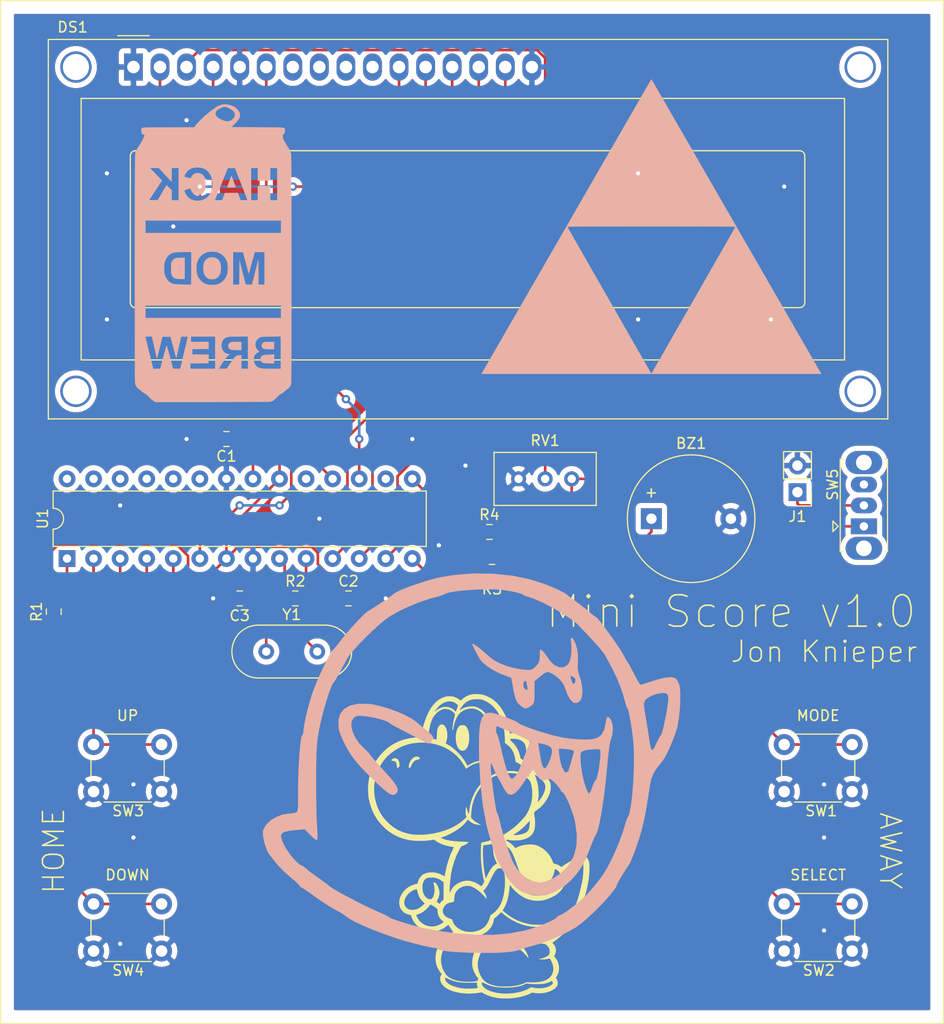
<source format=kicad_pcb>
(kicad_pcb (version 20171130) (host pcbnew "(5.1.4)-1")
  (layers (0 F.Cu signal hide) (31 B.Cu signal hide) (34 B.Paste user) (35 F.Paste user) (36 B.SilkS user) (37 F.SilkS user) (38 B.Mask user) (39 F.Mask user) (44 Edge.Cuts user))
  (net 0 "")
  (net 1 "Net-(BZ1-Pad1)")
  (net 2 GND)
  (net 3 "Net-(C1-Pad1)")
  (net 4 "Net-(C2-Pad1)")
  (net 5 "Net-(C3-Pad1)")
  (net 6 +5V)
  (net 7 "Net-(DS1-Pad3)")
  (net 8 "Net-(DS1-Pad4)")
  (net 9 "Net-(DS1-Pad6)")
  (net 10 "Net-(DS1-Pad7)")
  (net 11 "Net-(DS1-Pad8)")
  (net 12 "Net-(DS1-Pad9)")
  (net 13 "Net-(DS1-Pad10)")
  (net 14 "Net-(DS1-Pad11)")
  (net 15 "Net-(DS1-Pad12)")
  (net 16 "Net-(DS1-Pad13)")
  (net 17 "Net-(DS1-Pad14)")
  (net 18 "Net-(DS1-Pad15)")
  (net 19 "Net-(R1-Pad2)")
  (net 20 "Net-(R3-Pad2)")
  (net 21 "Net-(R4-Pad1)")
  (net 22 "Net-(SW1-Pad1)")
  (net 23 "Net-(SW2-Pad1)")
  (net 24 "Net-(SW3-Pad1)")
  (net 25 "Net-(SW4-Pad1)")
  (net 26 "Net-(U1-Pad16)")
  (net 27 "Net-(U1-Pad19)")
  (net 28 "Net-(U1-Pad23)")
  (net 29 "Net-(U1-Pad24)")
  (net 30 "Net-(U1-Pad25)")
  (net 31 "Net-(U1-Pad26)")
  (net 32 "Net-(U1-Pad27)")
  (net 33 "Net-(U1-Pad28)")
  (net 34 "Net-(J1-Pad1)")
  (module scoreLogo:zelda (layer B.Cu) (at 113.03 69.85 180)
    (fp_text reference G*** hide)
    (fp_text value LOGO hide)
  )
  (module scoreLogo:yoshi_small (layer F.Cu) (at 96.52 130.81)
    (fp_text reference G*** hide)
    (fp_text value LOGO hide)
  )
  (module Button_Switch_THT:SW_PUSH_6mm (layer F.Cu) (at 59.69 119.38)
    (fp_text reference SW3 (at 3.31 6.35) (layer F.SilkS))
    (fp_text value SW_SPST)
    (pad 1 thru_hole circle (at 6.5 0 90) (size 2 2) (drill 1.1) (layers *.Cu *.Mask) (net 24 "Net-(SW3-Pad1)"))
    (pad 2 thru_hole circle (at 6.5 4.5 90) (size 2 2) (drill 1.1) (layers *.Cu *.Mask) (net 2 GND))
    (pad 1 thru_hole circle (at 0 0 90) (size 2 2) (drill 1.1) (layers *.Cu *.Mask) (net 24 "Net-(SW3-Pad1)"))
    (pad 2 thru_hole circle (at 0 4.5 90) (size 2 2) (drill 1.1) (layers *.Cu *.Mask) (net 2 GND))
  )
  (module Button_Switch_THT:SW_PUSH_6mm (layer F.Cu) (at 59.69 134.62)
    (fp_text reference SW4 (at 3.31 6.35) (layer F.SilkS))
    (fp_text value SW_SPST)
    (pad 1 thru_hole circle (at 6.5 0 90) (size 2 2) (drill 1.1) (layers *.Cu *.Mask) (net 25 "Net-(SW4-Pad1)"))
    (pad 2 thru_hole circle (at 6.5 4.5 90) (size 2 2) (drill 1.1) (layers *.Cu *.Mask) (net 2 GND))
    (pad 1 thru_hole circle (at 0 0 90) (size 2 2) (drill 1.1) (layers *.Cu *.Mask) (net 25 "Net-(SW4-Pad1)"))
    (pad 2 thru_hole circle (at 0 4.5 90) (size 2 2) (drill 1.1) (layers *.Cu *.Mask) (net 2 GND))
  )
  (module Button_Switch_THT:SW_PUSH_6mm (layer F.Cu) (at 125.73 119.38)
    (fp_text reference SW1 (at 3.54 6.35) (layer F.SilkS))
    (fp_text value SW_SPST)
    (pad 1 thru_hole circle (at 6.5 0 90) (size 2 2) (drill 1.1) (layers *.Cu *.Mask) (net 22 "Net-(SW1-Pad1)"))
    (pad 2 thru_hole circle (at 6.5 4.5 90) (size 2 2) (drill 1.1) (layers *.Cu *.Mask) (net 2 GND))
    (pad 1 thru_hole circle (at 0 0 90) (size 2 2) (drill 1.1) (layers *.Cu *.Mask) (net 22 "Net-(SW1-Pad1)"))
    (pad 2 thru_hole circle (at 0 4.5 90) (size 2 2) (drill 1.1) (layers *.Cu *.Mask) (net 2 GND))
  )
  (module Button_Switch_THT:SW_PUSH_6mm (layer F.Cu) (at 125.73 134.62)
    (fp_text reference SW2 (at 3.31 6.35) (layer F.SilkS))
    (fp_text value SW_SPST)
    (pad 1 thru_hole circle (at 6.5 0 90) (size 2 2) (drill 1.1) (layers *.Cu *.Mask) (net 23 "Net-(SW2-Pad1)"))
    (pad 2 thru_hole circle (at 6.5 4.5 90) (size 2 2) (drill 1.1) (layers *.Cu *.Mask) (net 2 GND))
    (pad 1 thru_hole circle (at 0 0 90) (size 2 2) (drill 1.1) (layers *.Cu *.Mask) (net 23 "Net-(SW2-Pad1)"))
    (pad 2 thru_hole circle (at 0 4.5 90) (size 2 2) (drill 1.1) (layers *.Cu *.Mask) (net 2 GND))
  )
  (module scoreLogo:backlogo (layer B.Cu) (at 95.25 121.92 180)
    (fp_text reference G*** hide)
    (fp_text value LOGO hide)
  )
  (module scoreLogo:hmb_logo5 (layer B.Cu) (at 71.12 72.39 180)
    (fp_text reference G*** hide)
    (fp_text value LOGO hide)
  )
  (module Button_Switch_THT:SW_Slide_1P2T_CK_OS102011MS2Q (layer F.Cu) (at 133.35 98.52 90)
    (fp_text reference SW5 (at 3.99 -2.99 90) (layer F.SilkS))
    (fp_text value SW_SPST)
    (pad "" thru_hole oval (at 6.1 0 90) (size 2.2 3.5) (drill 1.5) (layers *.Cu *.Mask))
    (pad "" thru_hole oval (at -2.1 0 90) (size 2.2 3.5) (drill 1.5) (layers *.Cu *.Mask))
    (pad 3 thru_hole oval (at 4 0 90) (size 1.5 2.5) (drill 0.8) (layers *.Cu *.Mask))
    (pad 2 thru_hole oval (at 2 0 90) (size 1.5 2.5) (drill 0.8) (layers *.Cu *.Mask) (net 34 "Net-(J1-Pad1)"))
    (pad 1 thru_hole rect (at 0 0 90) (size 1.5 2.5) (drill 0.8) (layers *.Cu *.Mask) (net 6 +5V))
  )
  (module Connector_PinHeader_2.54mm:PinHeader_1x02_P2.54mm_Vertical (layer F.Cu) (at 127 95.25 180)
    (fp_text reference J1 (at 0 -2.33) (layer F.SilkS))
    (fp_text value Conn_01x02_Female)
    (pad 2 thru_hole oval (at 0 2.54 180) (size 1.7 1.7) (drill 1) (layers *.Cu *.Mask) (net 2 GND))
    (pad 1 thru_hole rect (at 0 0 180) (size 1.7 1.7) (drill 1) (layers *.Cu *.Mask) (net 34 "Net-(J1-Pad1)"))
  )
  (module Buzzer_Beeper:Buzzer_12x9.5RM7.6 (layer F.Cu) (at 113.03 97.79)
    (fp_text reference BZ1 (at 3.8 -7.2) (layer F.SilkS))
    (fp_text value Buzzer)
    (fp_text user + (at -0.01 -2.54) (layer F.SilkS))
    (pad 1 thru_hole rect (at 0 0) (size 2 2) (drill 1) (layers *.Cu *.Mask) (net 1 "Net-(BZ1-Pad1)"))
    (pad 2 thru_hole circle (at 7.6 0) (size 2 2) (drill 1) (layers *.Cu *.Mask) (net 2 GND))
  )
  (module Capacitor_SMD:C_0805_2012Metric_Pad1.15x1.40mm_HandSolder (layer F.Cu) (at 72.39 90.17 180)
    (fp_text reference C1 (at 0 -1.65) (layer F.SilkS))
    (fp_text value C)
    (pad 1 smd roundrect (at -1.025 0 180) (size 1.15 1.4) (layers F.Cu F.Paste F.Mask) (roundrect_rratio 0.217391) (net 3 "Net-(C1-Pad1)"))
    (pad 2 smd roundrect (at 1.025 0 180) (size 1.15 1.4) (layers F.Cu F.Paste F.Mask) (roundrect_rratio 0.217391) (net 2 GND))
  )
  (module Capacitor_SMD:C_0805_2012Metric_Pad1.15x1.40mm_HandSolder (layer F.Cu) (at 84.065 105.41)
    (fp_text reference C2 (at 0 -1.65) (layer F.SilkS))
    (fp_text value C)
    (pad 1 smd roundrect (at -1.025 0) (size 1.15 1.4) (layers F.Cu F.Paste F.Mask) (roundrect_rratio 0.217391) (net 4 "Net-(C2-Pad1)"))
    (pad 2 smd roundrect (at 1.025 0) (size 1.15 1.4) (layers F.Cu F.Paste F.Mask) (roundrect_rratio 0.217391) (net 2 GND))
  )
  (module Capacitor_SMD:C_0805_2012Metric_Pad1.15x1.40mm_HandSolder (layer F.Cu) (at 73.66 105.41 180)
    (fp_text reference C3 (at 0 -1.65) (layer F.SilkS))
    (fp_text value C)
    (pad 2 smd roundrect (at 1.025 0 180) (size 1.15 1.4) (layers F.Cu F.Paste F.Mask) (roundrect_rratio 0.217391) (net 2 GND))
    (pad 1 smd roundrect (at -1.025 0 180) (size 1.15 1.4) (layers F.Cu F.Paste F.Mask) (roundrect_rratio 0.217391) (net 5 "Net-(C3-Pad1)"))
  )
  (module Display:WC1602A (layer F.Cu) (at 63.5 54.61)
    (fp_text reference DS1 (at -5.82 -3.81) (layer F.SilkS))
    (fp_text value WC1602A)
    (pad "" thru_hole circle (at 69.5 0) (size 3 3) (drill 2.5) (layers *.Cu *.Mask))
    (pad "" thru_hole circle (at 69.49948 31.0007) (size 3 3) (drill 2.5) (layers *.Cu *.Mask))
    (pad "" thru_hole circle (at -5.4991 31.0007) (size 3 3) (drill 2.5) (layers *.Cu *.Mask))
    (pad "" thru_hole circle (at -5.4991 0) (size 3 3) (drill 2.5) (layers *.Cu *.Mask))
    (pad 16 thru_hole oval (at 38.1 0) (size 1.8 2.6) (drill 1.2) (layers *.Cu *.Mask) (net 2 GND))
    (pad 15 thru_hole oval (at 35.56 0) (size 1.8 2.6) (drill 1.2) (layers *.Cu *.Mask) (net 18 "Net-(DS1-Pad15)"))
    (pad 14 thru_hole oval (at 33.02 0) (size 1.8 2.6) (drill 1.2) (layers *.Cu *.Mask) (net 17 "Net-(DS1-Pad14)"))
    (pad 13 thru_hole oval (at 30.48 0) (size 1.8 2.6) (drill 1.2) (layers *.Cu *.Mask) (net 16 "Net-(DS1-Pad13)"))
    (pad 12 thru_hole oval (at 27.94 0) (size 1.8 2.6) (drill 1.2) (layers *.Cu *.Mask) (net 15 "Net-(DS1-Pad12)"))
    (pad 11 thru_hole oval (at 25.4 0) (size 1.8 2.6) (drill 1.2) (layers *.Cu *.Mask) (net 14 "Net-(DS1-Pad11)"))
    (pad 10 thru_hole oval (at 22.86 0) (size 1.8 2.6) (drill 1.2) (layers *.Cu *.Mask) (net 13 "Net-(DS1-Pad10)"))
    (pad 9 thru_hole oval (at 20.32 0) (size 1.8 2.6) (drill 1.2) (layers *.Cu *.Mask) (net 12 "Net-(DS1-Pad9)"))
    (pad 8 thru_hole oval (at 17.78 0) (size 1.8 2.6) (drill 1.2) (layers *.Cu *.Mask) (net 11 "Net-(DS1-Pad8)"))
    (pad 7 thru_hole oval (at 15.24 0) (size 1.8 2.6) (drill 1.2) (layers *.Cu *.Mask) (net 10 "Net-(DS1-Pad7)"))
    (pad 6 thru_hole oval (at 12.7 0) (size 1.8 2.6) (drill 1.2) (layers *.Cu *.Mask) (net 9 "Net-(DS1-Pad6)"))
    (pad 5 thru_hole oval (at 10.16 0) (size 1.8 2.6) (drill 1.2) (layers *.Cu *.Mask) (net 2 GND))
    (pad 4 thru_hole oval (at 7.62 0) (size 1.8 2.6) (drill 1.2) (layers *.Cu *.Mask) (net 8 "Net-(DS1-Pad4)"))
    (pad 3 thru_hole oval (at 5.08 0) (size 1.8 2.6) (drill 1.2) (layers *.Cu *.Mask) (net 7 "Net-(DS1-Pad3)"))
    (pad 2 thru_hole oval (at 2.54 0) (size 1.8 2.6) (drill 1.2) (layers *.Cu *.Mask) (net 6 +5V))
    (pad 1 thru_hole rect (at 0 0) (size 1.8 2.6) (drill 1.2) (layers *.Cu *.Mask) (net 2 GND))
  )
  (module Resistor_SMD:R_0805_2012Metric_Pad1.15x1.40mm_HandSolder (layer F.Cu) (at 55.88 106.68 90)
    (fp_text reference R1 (at 0 -1.65 90) (layer F.SilkS))
    (fp_text value 10k)
    (pad 1 smd roundrect (at -1.025 0 90) (size 1.15 1.4) (layers F.Cu F.Paste F.Mask) (roundrect_rratio 0.217391) (net 6 +5V))
    (pad 2 smd roundrect (at 1.025 0 90) (size 1.15 1.4) (layers F.Cu F.Paste F.Mask) (roundrect_rratio 0.217391) (net 19 "Net-(R1-Pad2)"))
  )
  (module Resistor_SMD:R_0805_2012Metric_Pad1.15x1.40mm_HandSolder (layer F.Cu) (at 78.985 105.41)
    (fp_text reference R2 (at 0 -1.65) (layer F.SilkS))
    (fp_text value 1M)
    (pad 2 smd roundrect (at 1.025 0) (size 1.15 1.4) (layers F.Cu F.Paste F.Mask) (roundrect_rratio 0.217391) (net 4 "Net-(C2-Pad1)"))
    (pad 1 smd roundrect (at -1.025 0) (size 1.15 1.4) (layers F.Cu F.Paste F.Mask) (roundrect_rratio 0.217391) (net 5 "Net-(C3-Pad1)"))
  )
  (module Resistor_SMD:R_0805_2012Metric_Pad1.15x1.40mm_HandSolder (layer F.Cu) (at 97.79 102.87 180)
    (fp_text reference R3 (at 0 -1.65) (layer F.SilkS))
    (fp_text value 100)
    (pad 2 smd roundrect (at 1.025 0 180) (size 1.15 1.4) (layers F.Cu F.Paste F.Mask) (roundrect_rratio 0.217391) (net 20 "Net-(R3-Pad2)"))
    (pad 1 smd roundrect (at -1.025 0 180) (size 1.15 1.4) (layers F.Cu F.Paste F.Mask) (roundrect_rratio 0.217391) (net 1 "Net-(BZ1-Pad1)"))
  )
  (module Resistor_SMD:R_0805_2012Metric_Pad1.15x1.40mm_HandSolder (layer F.Cu) (at 97.545 99.06)
    (fp_text reference R4 (at 0 -1.65) (layer F.SilkS))
    (fp_text value 220)
    (pad 1 smd roundrect (at -1.025 0) (size 1.15 1.4) (layers F.Cu F.Paste F.Mask) (roundrect_rratio 0.217391) (net 21 "Net-(R4-Pad1)"))
    (pad 2 smd roundrect (at 1.025 0) (size 1.15 1.4) (layers F.Cu F.Paste F.Mask) (roundrect_rratio 0.217391) (net 18 "Net-(DS1-Pad15)"))
  )
  (module Potentiometer_THT:Potentiometer_Bourns_3296W_Vertical (layer F.Cu) (at 105.41 93.98)
    (fp_text reference RV1 (at -2.54 -3.66) (layer F.SilkS))
    (fp_text value 10k)
    (pad 1 thru_hole circle (at 0 0) (size 1.44 1.44) (drill 0.8) (layers *.Cu *.Mask) (net 6 +5V))
    (pad 2 thru_hole circle (at -2.54 0) (size 1.44 1.44) (drill 0.8) (layers *.Cu *.Mask) (net 7 "Net-(DS1-Pad3)"))
    (pad 3 thru_hole circle (at -5.08 0) (size 1.44 1.44) (drill 0.8) (layers *.Cu *.Mask) (net 2 GND))
  )
  (module Package_DIP:DIP-28_W7.62mm (layer F.Cu) (at 57.15 101.6 90)
    (fp_text reference U1 (at 3.81 -2.33 90) (layer F.SilkS))
    (fp_text value ATmega328P-PU)
    (pad 1 thru_hole rect (at 0 0 90) (size 1.6 1.6) (drill 0.8) (layers *.Cu *.Mask) (net 19 "Net-(R1-Pad2)"))
    (pad 15 thru_hole oval (at 7.62 33.02 90) (size 1.6 1.6) (drill 0.8) (layers *.Cu *.Mask) (net 21 "Net-(R4-Pad1)"))
    (pad 2 thru_hole oval (at 0 2.54 90) (size 1.6 1.6) (drill 0.8) (layers *.Cu *.Mask) (net 25 "Net-(SW4-Pad1)"))
    (pad 16 thru_hole oval (at 7.62 30.48 90) (size 1.6 1.6) (drill 0.8) (layers *.Cu *.Mask) (net 26 "Net-(U1-Pad16)"))
    (pad 3 thru_hole oval (at 0 5.08 90) (size 1.6 1.6) (drill 0.8) (layers *.Cu *.Mask) (net 24 "Net-(SW3-Pad1)"))
    (pad 17 thru_hole oval (at 7.62 27.94 90) (size 1.6 1.6) (drill 0.8) (layers *.Cu *.Mask) (net 9 "Net-(DS1-Pad6)"))
    (pad 4 thru_hole oval (at 0 7.62 90) (size 1.6 1.6) (drill 0.8) (layers *.Cu *.Mask) (net 23 "Net-(SW2-Pad1)"))
    (pad 18 thru_hole oval (at 7.62 25.4 90) (size 1.6 1.6) (drill 0.8) (layers *.Cu *.Mask) (net 8 "Net-(DS1-Pad4)"))
    (pad 5 thru_hole oval (at 0 10.16 90) (size 1.6 1.6) (drill 0.8) (layers *.Cu *.Mask) (net 22 "Net-(SW1-Pad1)"))
    (pad 19 thru_hole oval (at 7.62 22.86 90) (size 1.6 1.6) (drill 0.8) (layers *.Cu *.Mask) (net 27 "Net-(U1-Pad19)"))
    (pad 6 thru_hole oval (at 0 12.7 90) (size 1.6 1.6) (drill 0.8) (layers *.Cu *.Mask) (net 14 "Net-(DS1-Pad11)"))
    (pad 20 thru_hole oval (at 7.62 20.32 90) (size 1.6 1.6) (drill 0.8) (layers *.Cu *.Mask) (net 6 +5V))
    (pad 7 thru_hole oval (at 0 15.24 90) (size 1.6 1.6) (drill 0.8) (layers *.Cu *.Mask) (net 6 +5V))
    (pad 21 thru_hole oval (at 7.62 17.78 90) (size 1.6 1.6) (drill 0.8) (layers *.Cu *.Mask) (net 3 "Net-(C1-Pad1)"))
    (pad 8 thru_hole oval (at 0 17.78 90) (size 1.6 1.6) (drill 0.8) (layers *.Cu *.Mask) (net 2 GND))
    (pad 22 thru_hole oval (at 7.62 15.24 90) (size 1.6 1.6) (drill 0.8) (layers *.Cu *.Mask) (net 2 GND))
    (pad 9 thru_hole oval (at 0 20.32 90) (size 1.6 1.6) (drill 0.8) (layers *.Cu *.Mask) (net 5 "Net-(C3-Pad1)"))
    (pad 23 thru_hole oval (at 7.62 12.7 90) (size 1.6 1.6) (drill 0.8) (layers *.Cu *.Mask) (net 28 "Net-(U1-Pad23)"))
    (pad 10 thru_hole oval (at 0 22.86 90) (size 1.6 1.6) (drill 0.8) (layers *.Cu *.Mask) (net 4 "Net-(C2-Pad1)"))
    (pad 24 thru_hole oval (at 7.62 10.16 90) (size 1.6 1.6) (drill 0.8) (layers *.Cu *.Mask) (net 29 "Net-(U1-Pad24)"))
    (pad 11 thru_hole oval (at 0 25.4 90) (size 1.6 1.6) (drill 0.8) (layers *.Cu *.Mask) (net 15 "Net-(DS1-Pad12)"))
    (pad 25 thru_hole oval (at 7.62 7.62 90) (size 1.6 1.6) (drill 0.8) (layers *.Cu *.Mask) (net 30 "Net-(U1-Pad25)"))
    (pad 12 thru_hole oval (at 0 27.94 90) (size 1.6 1.6) (drill 0.8) (layers *.Cu *.Mask) (net 16 "Net-(DS1-Pad13)"))
    (pad 26 thru_hole oval (at 7.62 5.08 90) (size 1.6 1.6) (drill 0.8) (layers *.Cu *.Mask) (net 31 "Net-(U1-Pad26)"))
    (pad 13 thru_hole oval (at 0 30.48 90) (size 1.6 1.6) (drill 0.8) (layers *.Cu *.Mask) (net 17 "Net-(DS1-Pad14)"))
    (pad 27 thru_hole oval (at 7.62 2.54 90) (size 1.6 1.6) (drill 0.8) (layers *.Cu *.Mask) (net 32 "Net-(U1-Pad27)"))
    (pad 14 thru_hole oval (at 0 33.02 90) (size 1.6 1.6) (drill 0.8) (layers *.Cu *.Mask) (net 20 "Net-(R3-Pad2)"))
    (pad 28 thru_hole oval (at 7.62 0 90) (size 1.6 1.6) (drill 0.8) (layers *.Cu *.Mask) (net 33 "Net-(U1-Pad28)"))
  )
  (module Crystal:Crystal_HC49-4H_Vertical (layer F.Cu) (at 76.2 110.49)
    (fp_text reference Y1 (at 2.44 -3.525) (layer F.SilkS))
    (fp_text value Crystal)
    (pad 1 thru_hole circle (at 0 0) (size 1.5 1.5) (drill 0.8) (layers *.Cu *.Mask) (net 5 "Net-(C3-Pad1)"))
    (pad 2 thru_hole circle (at 4.88 0) (size 1.5 1.5) (drill 0.8) (layers *.Cu *.Mask) (net 4 "Net-(C2-Pad1)"))
  )
  (gr_text DOWN (at 62.94 131.854436) (layer F.SilkS) (effects (font (size 1 1))))
  (gr_text UP (at 62.94 116.614436) (layer F.SilkS) (effects (font (size 1 1))))
  (gr_text SELECT (at 128.98 131.854436) (layer F.SilkS) (effects (font (size 1 1))))
  (gr_text MODE (at 128.98 116.614436) (layer F.SilkS) (effects (font (size 1 1))))
  (gr_text "Mini Score v1.0" (at 120.65 106.68) (layer F.SilkS) (effects (font (size 3 3))))
  (gr_text AWAY (at 135.89 129.54 -90) (layer F.SilkS) (effects (font (size 2 2))))
  (gr_text HOME (at 55.88 129.54 90) (layer F.SilkS) (effects (font (size 2 2))))
  (gr_text "Jon Knieper" (at 129.54 110.49) (layer F.SilkS) (effects (font (size 2 2))))
  (gr_line (start 140.97 48.26) (end 140.97 146.05) (layer F.SilkS) (width 0.12))
  (gr_line (start 50.8 48.26) (end 140.97 48.26) (layer F.SilkS) (width 0.12))
  (gr_line (start 50.8 146.05) (end 50.8 48.26) (layer F.SilkS) (width 0.12))
  (gr_line (start 140.97 146.05) (end 50.8 146.05) (layer F.SilkS) (width 0.12))
  (segment (start 113.03 99.04) (end 113.03 97.79) (width 0.25) (layer F.Cu) (net 1))
  (segment (start 109.2 102.87) (end 113.03 99.04) (width 0.25) (layer F.Cu) (net 1))
  (segment (start 98.815 102.87) (end 109.2 102.87) (width 0.25) (layer F.Cu) (net 1))
  (via (at 71.12 105.41) (size 0.8) (drill 0.4) (layers F.Cu B.Cu) (net 2))
  (segment (start 72.635 105.41) (end 71.12 105.41) (width 0.25) (layer F.Cu) (net 2))
  (via (at 87.63 105.41) (size 0.8) (drill 0.4) (layers F.Cu B.Cu) (net 2))
  (segment (start 87.63 105.41) (end 85.09 105.41) (width 0.25) (layer F.Cu) (net 2))
  (via (at 68.58 90.17) (size 0.8) (drill 0.4) (layers F.Cu B.Cu) (net 2))
  (segment (start 71.365 90.17) (end 68.58 90.17) (width 0.25) (layer F.Cu) (net 2))
  (via (at 68.58 59.69) (size 0.8) (drill 0.4) (layers F.Cu B.Cu) (net 2))
  (via (at 67.31 69.85) (size 0.8) (drill 0.4) (layers F.Cu B.Cu) (net 2))
  (via (at 95.25 92.71) (size 0.8) (drill 0.4) (layers F.Cu B.Cu) (net 2))
  (via (at 90.17 90.17) (size 0.8) (drill 0.4) (layers F.Cu B.Cu) (net 2))
  (via (at 81.28 97.79) (size 0.8) (drill 0.4) (layers F.Cu B.Cu) (net 2))
  (via (at 92.71 100.33) (size 0.8) (drill 0.4) (layers F.Cu B.Cu) (net 2))
  (via (at 111.76 64.77) (size 0.8) (drill 0.4) (layers F.Cu B.Cu) (net 2))
  (via (at 125.73 66.04) (size 0.8) (drill 0.4) (layers F.Cu B.Cu) (net 2))
  (via (at 111.76 78.74) (size 0.8) (drill 0.4) (layers F.Cu B.Cu) (net 2))
  (via (at 124.46 78.74) (size 0.8) (drill 0.4) (layers F.Cu B.Cu) (net 2))
  (via (at 63.5 128.27) (size 0.8) (drill 0.4) (layers F.Cu B.Cu) (net 2))
  (via (at 129.54 128.27) (size 0.8) (drill 0.4) (layers F.Cu B.Cu) (net 2))
  (via (at 129.54 137.16) (size 0.8) (drill 0.4) (layers F.Cu B.Cu) (net 2))
  (via (at 129.54 123.19) (size 0.8) (drill 0.4) (layers F.Cu B.Cu) (net 2))
  (via (at 63.5 123.19) (size 0.8) (drill 0.4) (layers F.Cu B.Cu) (net 2))
  (via (at 62.23 138.43) (size 0.8) (drill 0.4) (layers F.Cu B.Cu) (net 2))
  (via (at 60.96 64.77) (size 0.8) (drill 0.4) (layers F.Cu B.Cu) (net 2))
  (via (at 60.96 78.74) (size 0.8) (drill 0.4) (layers F.Cu B.Cu) (net 2))
  (via (at 62.23 96.52) (size 0.8) (drill 0.4) (layers F.Cu B.Cu) (net 2))
  (segment (start 74.93 91.685) (end 73.415 90.17) (width 0.25) (layer F.Cu) (net 3))
  (segment (start 74.93 93.98) (end 74.93 91.685) (width 0.25) (layer F.Cu) (net 3))
  (segment (start 80.01 105.41) (end 83.04 105.41) (width 0.25) (layer F.Cu) (net 4))
  (segment (start 80.01 105.41) (end 80.01 101.6) (width 0.25) (layer F.Cu) (net 4))
  (segment (start 80.01 109.42) (end 81.08 110.49) (width 0.25) (layer F.Cu) (net 4))
  (segment (start 80.01 105.41) (end 80.01 109.42) (width 0.25) (layer F.Cu) (net 4))
  (segment (start 77.96 105.41) (end 74.685 105.41) (width 0.25) (layer F.Cu) (net 5))
  (segment (start 77.96 102.09) (end 77.47 101.6) (width 0.25) (layer F.Cu) (net 5))
  (segment (start 77.96 105.41) (end 77.96 102.09) (width 0.25) (layer F.Cu) (net 5))
  (segment (start 76.2 107.17) (end 76.2 110.49) (width 0.25) (layer F.Cu) (net 5))
  (segment (start 77.96 105.41) (end 76.2 107.17) (width 0.25) (layer F.Cu) (net 5))
  (segment (start 123.444998 93.98) (end 124.46 94.995002) (width 0.25) (layer F.Cu) (net 6))
  (segment (start 105.41 93.98) (end 123.444998 93.98) (width 0.25) (layer F.Cu) (net 6))
  (segment (start 124.46 94.995002) (end 124.46 96.52) (width 0.25) (layer F.Cu) (net 6))
  (segment (start 126.46 98.52) (end 133.35 98.52) (width 0.25) (layer F.Cu) (net 6))
  (segment (start 124.46 96.52) (end 126.46 98.52) (width 0.25) (layer F.Cu) (net 6))
  (segment (start 54.61 101.954998) (end 56.234998 100.33) (width 0.25) (layer F.Cu) (net 6))
  (segment (start 55.88 107.705) (end 54.61 106.435) (width 0.25) (layer F.Cu) (net 6))
  (segment (start 54.61 106.435) (end 54.61 101.954998) (width 0.25) (layer F.Cu) (net 6))
  (segment (start 68.724999 101.349997) (end 68.724999 103.014999) (width 0.25) (layer F.Cu) (net 6))
  (segment (start 56.234998 100.33) (end 67.705002 100.33) (width 0.25) (layer F.Cu) (net 6))
  (segment (start 67.705002 100.33) (end 68.724999 101.349997) (width 0.25) (layer F.Cu) (net 6))
  (segment (start 70.975001 103.014999) (end 72.39 101.6) (width 0.25) (layer F.Cu) (net 6))
  (segment (start 68.724999 103.014999) (end 70.975001 103.014999) (width 0.25) (layer F.Cu) (net 6))
  (segment (start 72.39 99.06) (end 77.47 93.98) (width 0.25) (layer F.Cu) (net 6))
  (segment (start 72.39 101.6) (end 72.39 99.06) (width 0.25) (layer F.Cu) (net 6))
  (segment (start 66.04 56.16) (end 66.04 54.61) (width 0.25) (layer F.Cu) (net 6))
  (segment (start 66.04 78.74282) (end 66.04 56.16) (width 0.25) (layer F.Cu) (net 6))
  (segment (start 77.47 90.17282) (end 66.04 78.74282) (width 0.25) (layer F.Cu) (net 6))
  (segment (start 77.47 93.98) (end 77.47 91.44) (width 0.25) (layer F.Cu) (net 6))
  (segment (start 77.47 91.44) (end 77.47 90.17282) (width 0.25) (layer F.Cu) (net 6))
  (segment (start 105.41 93.98) (end 105.41 95.25) (width 0.25) (layer F.Cu) (net 6))
  (segment (start 73.189999 100.800001) (end 72.39 101.6) (width 0.25) (layer F.Cu) (net 6))
  (segment (start 80.550001 100.474999) (end 73.515001 100.474999) (width 0.25) (layer F.Cu) (net 6))
  (segment (start 81.135001 102.140001) (end 81.135001 101.059999) (width 0.25) (layer F.Cu) (net 6))
  (segment (start 82.89001 103.89501) (end 81.135001 102.140001) (width 0.25) (layer F.Cu) (net 6))
  (segment (start 97.32818 103.89501) (end 82.89001 103.89501) (width 0.25) (layer F.Cu) (net 6))
  (segment (start 97.66501 103.55818) (end 97.32818 103.89501) (width 0.25) (layer F.Cu) (net 6))
  (segment (start 81.135001 101.059999) (end 80.550001 100.474999) (width 0.25) (layer F.Cu) (net 6))
  (segment (start 97.66501 102.4318) (end 97.66501 103.55818) (width 0.25) (layer F.Cu) (net 6))
  (segment (start 73.515001 100.474999) (end 73.189999 100.800001) (width 0.25) (layer F.Cu) (net 6))
  (segment (start 99.15182 100.94499) (end 97.66501 102.4318) (width 0.25) (layer F.Cu) (net 6))
  (segment (start 99.71501 100.94499) (end 99.15182 100.94499) (width 0.25) (layer F.Cu) (net 6))
  (segment (start 105.41 95.25) (end 99.71501 100.94499) (width 0.25) (layer F.Cu) (net 6))
  (segment (start 102.87 92.961767) (end 102.87 93.98) (width 0.25) (layer F.Cu) (net 7))
  (segment (start 102.87 53.747575) (end 102.87 92.961767) (width 0.25) (layer F.Cu) (net 7))
  (segment (start 102.107415 52.98499) (end 102.87 53.747575) (width 0.25) (layer F.Cu) (net 7))
  (segment (start 69.80501 52.98499) (end 102.107415 52.98499) (width 0.25) (layer F.Cu) (net 7))
  (segment (start 68.58 54.21) (end 69.80501 52.98499) (width 0.25) (layer F.Cu) (net 7))
  (segment (start 68.58 54.61) (end 68.58 54.21) (width 0.25) (layer F.Cu) (net 7))
  (segment (start 71.12 82.55) (end 71.12 54.61) (width 0.25) (layer F.Cu) (net 8))
  (segment (start 82.55 93.98) (end 71.12 82.55) (width 0.25) (layer F.Cu) (net 8))
  (via (at 85.09 90.17) (size 0.8) (drill 0.4) (layers F.Cu B.Cu) (net 9))
  (segment (start 85.09 93.98) (end 85.09 90.17) (width 0.25) (layer F.Cu) (net 9))
  (via (at 83.82 86.36) (size 0.8) (drill 0.4) (layers F.Cu B.Cu) (net 9))
  (segment (start 85.09 90.17) (end 85.09 87.63) (width 0.25) (layer B.Cu) (net 9))
  (segment (start 85.09 87.63) (end 83.82 86.36) (width 0.25) (layer B.Cu) (net 9))
  (segment (start 76.2 78.74) (end 76.2 54.61) (width 0.25) (layer F.Cu) (net 9))
  (segment (start 83.82 86.36) (end 76.2 78.74) (width 0.25) (layer F.Cu) (net 9))
  (via (at 73.66 96.52) (size 0.8) (drill 0.4) (layers F.Cu B.Cu) (net 14))
  (segment (start 69.85 101.6) (end 69.85 100.33) (width 0.25) (layer F.Cu) (net 14))
  (segment (start 69.85 100.33) (end 73.66 96.52) (width 0.25) (layer F.Cu) (net 14))
  (via (at 77.47 96.52) (size 0.8) (drill 0.4) (layers F.Cu B.Cu) (net 14))
  (segment (start 73.66 96.52) (end 77.47 96.52) (width 0.25) (layer B.Cu) (net 14))
  (segment (start 78.595001 90.661411) (end 69.85 81.91641) (width 0.25) (layer F.Cu) (net 14))
  (segment (start 77.47 96.52) (end 78.595001 95.394999) (width 0.25) (layer F.Cu) (net 14))
  (segment (start 78.595001 95.394999) (end 78.595001 90.661411) (width 0.25) (layer F.Cu) (net 14))
  (segment (start 69.85 81.91641) (end 69.85 68.58) (width 0.25) (layer F.Cu) (net 14))
  (via (at 69.85 66.04) (size 0.8) (drill 0.4) (layers F.Cu B.Cu) (net 14))
  (segment (start 69.85 68.58) (end 69.85 66.04) (width 0.25) (layer F.Cu) (net 14))
  (via (at 78.74 66.04) (size 0.8) (drill 0.4) (layers F.Cu B.Cu) (net 14))
  (segment (start 78.74 66.04) (end 85.09 66.04) (width 0.25) (layer F.Cu) (net 14))
  (segment (start 85.09 66.04) (end 88.9 62.23) (width 0.25) (layer F.Cu) (net 14))
  (segment (start 88.9 62.23) (end 88.9 54.61) (width 0.25) (layer F.Cu) (net 14))
  (segment (start 69.85 66.04) (end 78.74 66.04) (width 0.25) (layer B.Cu) (net 14))
  (segment (start 83.964999 100.185001) (end 83.964999 90.025001) (width 0.25) (layer F.Cu) (net 15))
  (segment (start 82.55 101.6) (end 83.964999 100.185001) (width 0.25) (layer F.Cu) (net 15))
  (segment (start 83.964999 90.025001) (end 91.44 82.55) (width 0.25) (layer F.Cu) (net 15))
  (segment (start 91.44 55.017575) (end 91.44 54.61) (width 0.25) (layer F.Cu) (net 15))
  (segment (start 91.44 82.55) (end 91.44 55.017575) (width 0.25) (layer F.Cu) (net 15))
  (segment (start 86.36 100.33) (end 86.36 91.44) (width 0.25) (layer F.Cu) (net 16))
  (segment (start 85.09 101.6) (end 86.36 100.33) (width 0.25) (layer F.Cu) (net 16))
  (segment (start 86.36 91.44) (end 93.98 83.82) (width 0.25) (layer F.Cu) (net 16))
  (segment (start 93.98 83.82) (end 93.98 54.61) (width 0.25) (layer F.Cu) (net 16))
  (segment (start 88.755001 93.729997) (end 96.124998 86.36) (width 0.25) (layer F.Cu) (net 17))
  (segment (start 87.63 101.6) (end 88.755001 100.474999) (width 0.25) (layer F.Cu) (net 17))
  (segment (start 88.755001 100.474999) (end 88.755001 93.729997) (width 0.25) (layer F.Cu) (net 17))
  (segment (start 96.124998 86.36) (end 96.124998 61.355002) (width 0.25) (layer F.Cu) (net 17))
  (segment (start 96.52 60.96) (end 96.52 54.61) (width 0.25) (layer F.Cu) (net 17))
  (segment (start 96.124998 61.355002) (end 96.52 60.96) (width 0.25) (layer F.Cu) (net 17))
  (segment (start 98.57 99.06) (end 98.57 61.45) (width 0.25) (layer F.Cu) (net 18))
  (segment (start 99.06 60.96) (end 99.06 54.61) (width 0.25) (layer F.Cu) (net 18))
  (segment (start 98.57 61.45) (end 99.06 60.96) (width 0.25) (layer F.Cu) (net 18))
  (segment (start 57.15 104.385) (end 55.88 105.655) (width 0.25) (layer F.Cu) (net 19))
  (segment (start 57.15 101.6) (end 57.15 104.385) (width 0.25) (layer F.Cu) (net 19))
  (segment (start 91.44 102.87) (end 90.17 101.6) (width 0.25) (layer F.Cu) (net 20))
  (segment (start 96.765 102.87) (end 91.44 102.87) (width 0.25) (layer F.Cu) (net 20))
  (segment (start 95.25 99.06) (end 90.17 93.98) (width 0.25) (layer F.Cu) (net 21))
  (segment (start 96.52 99.06) (end 95.25 99.06) (width 0.25) (layer F.Cu) (net 21))
  (segment (start 67.31 102.73137) (end 67.31 101.6) (width 0.25) (layer F.Cu) (net 22))
  (segment (start 67.31 106.68) (end 67.31 101.6) (width 0.25) (layer F.Cu) (net 22))
  (segment (start 71.12 110.49) (end 67.31 106.68) (width 0.25) (layer F.Cu) (net 22))
  (segment (start 71.12 114.3) (end 71.12 110.49) (width 0.25) (layer F.Cu) (net 22))
  (segment (start 85.09 114.3) (end 71.12 114.3) (width 0.25) (layer F.Cu) (net 22))
  (segment (start 100.33 111.76) (end 87.63 111.76) (width 0.25) (layer F.Cu) (net 22))
  (segment (start 87.63 111.76) (end 85.09 114.3) (width 0.25) (layer F.Cu) (net 22))
  (segment (start 100.33 111.76) (end 116.84 111.76) (width 0.25) (layer F.Cu) (net 22))
  (segment (start 116.84 111.76) (end 120.65 115.57) (width 0.25) (layer F.Cu) (net 22))
  (segment (start 120.65 115.57) (end 121.92 115.57) (width 0.25) (layer F.Cu) (net 22))
  (segment (start 121.92 115.57) (end 125.73 119.38) (width 0.25) (layer F.Cu) (net 22))
  (segment (start 132.23 119.38) (end 125.73 119.38) (width 0.25) (layer F.Cu) (net 22))
  (segment (start 123.19 118.11) (end 123.19 132.08) (width 0.25) (layer F.Cu) (net 23))
  (segment (start 121.10001 116.02001) (end 123.19 118.11) (width 0.25) (layer F.Cu) (net 23))
  (segment (start 120.4636 116.02001) (end 121.10001 116.02001) (width 0.25) (layer F.Cu) (net 23))
  (segment (start 116.6536 112.21001) (end 120.4636 116.02001) (width 0.25) (layer F.Cu) (net 23))
  (segment (start 88.08001 112.21001) (end 116.6536 112.21001) (width 0.25) (layer F.Cu) (net 23))
  (segment (start 64.77 101.6) (end 64.77 104.77641) (width 0.25) (layer F.Cu) (net 23))
  (segment (start 64.77 104.77641) (end 70.66999 110.6764) (width 0.25) (layer F.Cu) (net 23))
  (segment (start 123.19 132.08) (end 125.73 134.62) (width 0.25) (layer F.Cu) (net 23))
  (segment (start 70.66999 110.6764) (end 70.66999 114.4864) (width 0.25) (layer F.Cu) (net 23))
  (segment (start 70.66999 114.4864) (end 70.9336 114.75001) (width 0.25) (layer F.Cu) (net 23))
  (segment (start 70.9336 114.75001) (end 85.54001 114.75001) (width 0.25) (layer F.Cu) (net 23))
  (segment (start 85.54001 114.75001) (end 88.08001 112.21001) (width 0.25) (layer F.Cu) (net 23))
  (segment (start 132.23 134.62) (end 125.73 134.62) (width 0.25) (layer F.Cu) (net 23))
  (segment (start 62.43 101.8) (end 62.23 101.6) (width 0.25) (layer F.Cu) (net 24))
  (segment (start 66.19 119.38) (end 59.69 119.38) (width 0.25) (layer F.Cu) (net 24))
  (segment (start 59.69 119.38) (end 59.69 107.95) (width 0.25) (layer F.Cu) (net 24))
  (segment (start 62.23 105.41) (end 62.23 101.6) (width 0.25) (layer F.Cu) (net 24))
  (segment (start 59.69 107.95) (end 62.23 105.41) (width 0.25) (layer F.Cu) (net 24))
  (segment (start 59.69 102.73137) (end 59.69 101.6) (width 0.25) (layer F.Cu) (net 25))
  (segment (start 66.19 134.62) (end 59.69 134.62) (width 0.25) (layer F.Cu) (net 25))
  (segment (start 59.69 134.62) (end 58.364999 133.294999) (width 0.25) (layer F.Cu) (net 25))
  (segment (start 58.364999 133.294999) (end 58.364999 126.944999) (width 0.25) (layer F.Cu) (net 25))
  (segment (start 58.364999 108.005001) (end 59.69 106.68) (width 0.25) (layer F.Cu) (net 25))
  (segment (start 58.364999 126.944999) (end 57.15 125.73) (width 0.25) (layer F.Cu) (net 25))
  (segment (start 57.15 125.73) (end 57.15 116.84) (width 0.25) (layer F.Cu) (net 25))
  (segment (start 59.69 106.68) (end 59.69 101.6) (width 0.25) (layer F.Cu) (net 25))
  (segment (start 57.15 116.84) (end 58.364999 115.625001) (width 0.25) (layer F.Cu) (net 25))
  (segment (start 58.364999 115.625001) (end 58.364999 108.005001) (width 0.25) (layer F.Cu) (net 25))
  (segment (start 127 96.35) (end 127 95.25) (width 0.25) (layer F.Cu) (net 34))
  (segment (start 127.17 96.52) (end 127 96.35) (width 0.25) (layer F.Cu) (net 34))
  (segment (start 133.35 96.52) (end 127.17 96.52) (width 0.25) (layer F.Cu) (net 34))
  (zone (net 2) (net_name GND) (layer B.Cu) (connect_pads (clearance 0.508)) (min_thickness 0.254) (fill yes (arc_segments 32) (thermal_gap 0.508) (thermal_bridge_width 0.508))
    (polygon (pts (xy 52.07 49.53) (xy 52.07 144.78) (xy 139.7 144.78) (xy 139.7 49.53)))
  )
  (zone (net 2) (net_name GND) (layer F.Cu) (connect_pads (clearance 0.508)) (min_thickness 0.254) (fill yes (arc_segments 32) (thermal_gap 0.508) (thermal_bridge_width 0.508))
    (polygon (pts (xy 52.07 49.53) (xy 139.7 49.53) (xy 139.7 144.78) (xy 52.07 144.78)))
  )
)
</source>
